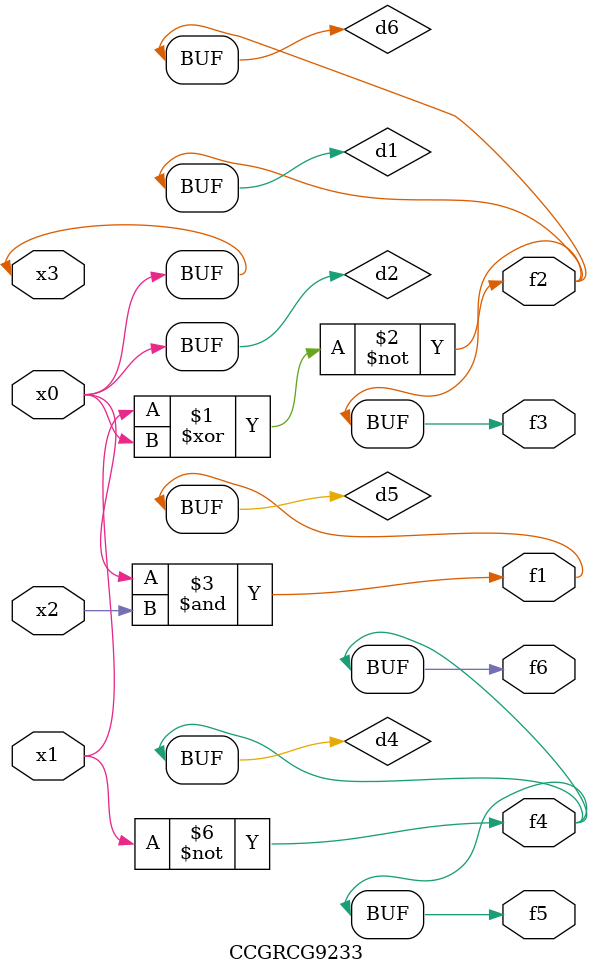
<source format=v>
module CCGRCG9233(
	input x0, x1, x2, x3,
	output f1, f2, f3, f4, f5, f6
);

	wire d1, d2, d3, d4, d5, d6;

	xnor (d1, x1, x3);
	buf (d2, x0, x3);
	nand (d3, x0, x2);
	not (d4, x1);
	nand (d5, d3);
	or (d6, d1);
	assign f1 = d5;
	assign f2 = d6;
	assign f3 = d6;
	assign f4 = d4;
	assign f5 = d4;
	assign f6 = d4;
endmodule

</source>
